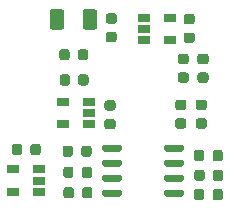
<source format=gbr>
%TF.GenerationSoftware,KiCad,Pcbnew,(5.1.6)-1*%
%TF.CreationDate,2020-11-25T11:03:50+08:00*%
%TF.ProjectId,BCG_Piezo_Integrated_V1.0,4243475f-5069-4657-9a6f-5f496e746567,rev?*%
%TF.SameCoordinates,Original*%
%TF.FileFunction,Paste,Top*%
%TF.FilePolarity,Positive*%
%FSLAX46Y46*%
G04 Gerber Fmt 4.6, Leading zero omitted, Abs format (unit mm)*
G04 Created by KiCad (PCBNEW (5.1.6)-1) date 2020-11-25 11:03:50*
%MOMM*%
%LPD*%
G01*
G04 APERTURE LIST*
%ADD10R,1.060000X0.650000*%
G04 APERTURE END LIST*
D10*
%TO.C,U4*%
X164685800Y-141970800D03*
X164685800Y-140070800D03*
X166885800Y-140070800D03*
X166885800Y-141020800D03*
X166885800Y-141970800D03*
%TD*%
%TO.C,U2*%
X160487000Y-147696000D03*
X160487000Y-145796000D03*
X162687000Y-145796000D03*
X162687000Y-146746000D03*
X162687000Y-147696000D03*
%TD*%
%TO.C,U1*%
X173726200Y-132958800D03*
X173726200Y-134858800D03*
X171526200Y-134858800D03*
X171526200Y-133908800D03*
X171526200Y-132958800D03*
%TD*%
%TO.C,R8*%
G36*
G01*
X165283400Y-137970550D02*
X165283400Y-138483050D01*
G75*
G02*
X165064650Y-138701800I-218750J0D01*
G01*
X164627150Y-138701800D01*
G75*
G02*
X164408400Y-138483050I0J218750D01*
G01*
X164408400Y-137970550D01*
G75*
G02*
X164627150Y-137751800I218750J0D01*
G01*
X165064650Y-137751800D01*
G75*
G02*
X165283400Y-137970550I0J-218750D01*
G01*
G37*
G36*
G01*
X166858400Y-137970550D02*
X166858400Y-138483050D01*
G75*
G02*
X166639650Y-138701800I-218750J0D01*
G01*
X166202150Y-138701800D01*
G75*
G02*
X165983400Y-138483050I0J218750D01*
G01*
X165983400Y-137970550D01*
G75*
G02*
X166202150Y-137751800I218750J0D01*
G01*
X166639650Y-137751800D01*
G75*
G02*
X166858400Y-137970550I0J-218750D01*
G01*
G37*
%TD*%
%TO.C,R3*%
G36*
G01*
X161944700Y-144375850D02*
X161944700Y-143863350D01*
G75*
G02*
X162163450Y-143644600I218750J0D01*
G01*
X162600950Y-143644600D01*
G75*
G02*
X162819700Y-143863350I0J-218750D01*
G01*
X162819700Y-144375850D01*
G75*
G02*
X162600950Y-144594600I-218750J0D01*
G01*
X162163450Y-144594600D01*
G75*
G02*
X161944700Y-144375850I0J218750D01*
G01*
G37*
G36*
G01*
X160369700Y-144375850D02*
X160369700Y-143863350D01*
G75*
G02*
X160588450Y-143644600I218750J0D01*
G01*
X161025950Y-143644600D01*
G75*
G02*
X161244700Y-143863350I0J-218750D01*
G01*
X161244700Y-144375850D01*
G75*
G02*
X161025950Y-144594600I-218750J0D01*
G01*
X160588450Y-144594600D01*
G75*
G02*
X160369700Y-144375850I0J218750D01*
G01*
G37*
%TD*%
%TO.C,F1*%
G36*
G01*
X164807600Y-132471000D02*
X164807600Y-133721000D01*
G75*
G02*
X164557600Y-133971000I-250000J0D01*
G01*
X163807600Y-133971000D01*
G75*
G02*
X163557600Y-133721000I0J250000D01*
G01*
X163557600Y-132471000D01*
G75*
G02*
X163807600Y-132221000I250000J0D01*
G01*
X164557600Y-132221000D01*
G75*
G02*
X164807600Y-132471000I0J-250000D01*
G01*
G37*
G36*
G01*
X167607600Y-132471000D02*
X167607600Y-133721000D01*
G75*
G02*
X167357600Y-133971000I-250000J0D01*
G01*
X166607600Y-133971000D01*
G75*
G02*
X166357600Y-133721000I0J250000D01*
G01*
X166357600Y-132471000D01*
G75*
G02*
X166607600Y-132221000I250000J0D01*
G01*
X167357600Y-132221000D01*
G75*
G02*
X167607600Y-132471000I0J-250000D01*
G01*
G37*
%TD*%
%TO.C,C7*%
G36*
G01*
X168937650Y-140823200D02*
X168425150Y-140823200D01*
G75*
G02*
X168206400Y-140604450I0J218750D01*
G01*
X168206400Y-140166950D01*
G75*
G02*
X168425150Y-139948200I218750J0D01*
G01*
X168937650Y-139948200D01*
G75*
G02*
X169156400Y-140166950I0J-218750D01*
G01*
X169156400Y-140604450D01*
G75*
G02*
X168937650Y-140823200I-218750J0D01*
G01*
G37*
G36*
G01*
X168937650Y-142398200D02*
X168425150Y-142398200D01*
G75*
G02*
X168206400Y-142179450I0J218750D01*
G01*
X168206400Y-141741950D01*
G75*
G02*
X168425150Y-141523200I218750J0D01*
G01*
X168937650Y-141523200D01*
G75*
G02*
X169156400Y-141741950I0J-218750D01*
G01*
X169156400Y-142179450D01*
G75*
G02*
X168937650Y-142398200I-218750J0D01*
G01*
G37*
%TD*%
%TO.C,C4*%
G36*
G01*
X175643250Y-133508000D02*
X175130750Y-133508000D01*
G75*
G02*
X174912000Y-133289250I0J218750D01*
G01*
X174912000Y-132851750D01*
G75*
G02*
X175130750Y-132633000I218750J0D01*
G01*
X175643250Y-132633000D01*
G75*
G02*
X175862000Y-132851750I0J-218750D01*
G01*
X175862000Y-133289250D01*
G75*
G02*
X175643250Y-133508000I-218750J0D01*
G01*
G37*
G36*
G01*
X175643250Y-135083000D02*
X175130750Y-135083000D01*
G75*
G02*
X174912000Y-134864250I0J218750D01*
G01*
X174912000Y-134426750D01*
G75*
G02*
X175130750Y-134208000I218750J0D01*
G01*
X175643250Y-134208000D01*
G75*
G02*
X175862000Y-134426750I0J-218750D01*
G01*
X175862000Y-134864250D01*
G75*
G02*
X175643250Y-135083000I-218750J0D01*
G01*
G37*
%TD*%
%TO.C,C3*%
G36*
G01*
X174622750Y-137586100D02*
X175135250Y-137586100D01*
G75*
G02*
X175354000Y-137804850I0J-218750D01*
G01*
X175354000Y-138242350D01*
G75*
G02*
X175135250Y-138461100I-218750J0D01*
G01*
X174622750Y-138461100D01*
G75*
G02*
X174404000Y-138242350I0J218750D01*
G01*
X174404000Y-137804850D01*
G75*
G02*
X174622750Y-137586100I218750J0D01*
G01*
G37*
G36*
G01*
X174622750Y-136011100D02*
X175135250Y-136011100D01*
G75*
G02*
X175354000Y-136229850I0J-218750D01*
G01*
X175354000Y-136667350D01*
G75*
G02*
X175135250Y-136886100I-218750J0D01*
G01*
X174622750Y-136886100D01*
G75*
G02*
X174404000Y-136667350I0J218750D01*
G01*
X174404000Y-136229850D01*
G75*
G02*
X174622750Y-136011100I218750J0D01*
G01*
G37*
%TD*%
%TO.C,C2*%
G36*
G01*
X168526750Y-134157200D02*
X169039250Y-134157200D01*
G75*
G02*
X169258000Y-134375950I0J-218750D01*
G01*
X169258000Y-134813450D01*
G75*
G02*
X169039250Y-135032200I-218750J0D01*
G01*
X168526750Y-135032200D01*
G75*
G02*
X168308000Y-134813450I0J218750D01*
G01*
X168308000Y-134375950D01*
G75*
G02*
X168526750Y-134157200I218750J0D01*
G01*
G37*
G36*
G01*
X168526750Y-132582200D02*
X169039250Y-132582200D01*
G75*
G02*
X169258000Y-132800950I0J-218750D01*
G01*
X169258000Y-133238450D01*
G75*
G02*
X169039250Y-133457200I-218750J0D01*
G01*
X168526750Y-133457200D01*
G75*
G02*
X168308000Y-133238450I0J218750D01*
G01*
X168308000Y-132800950D01*
G75*
G02*
X168526750Y-132582200I218750J0D01*
G01*
G37*
%TD*%
%TO.C,C1*%
G36*
G01*
X165258100Y-135836950D02*
X165258100Y-136349450D01*
G75*
G02*
X165039350Y-136568200I-218750J0D01*
G01*
X164601850Y-136568200D01*
G75*
G02*
X164383100Y-136349450I0J218750D01*
G01*
X164383100Y-135836950D01*
G75*
G02*
X164601850Y-135618200I218750J0D01*
G01*
X165039350Y-135618200D01*
G75*
G02*
X165258100Y-135836950I0J-218750D01*
G01*
G37*
G36*
G01*
X166833100Y-135836950D02*
X166833100Y-136349450D01*
G75*
G02*
X166614350Y-136568200I-218750J0D01*
G01*
X166176850Y-136568200D01*
G75*
G02*
X165958100Y-136349450I0J218750D01*
G01*
X165958100Y-135836950D01*
G75*
G02*
X166176850Y-135618200I218750J0D01*
G01*
X166614350Y-135618200D01*
G75*
G02*
X166833100Y-135836950I0J-218750D01*
G01*
G37*
%TD*%
%TO.C,U3*%
G36*
G01*
X173275400Y-144142600D02*
X173275400Y-143842600D01*
G75*
G02*
X173425400Y-143692600I150000J0D01*
G01*
X174775400Y-143692600D01*
G75*
G02*
X174925400Y-143842600I0J-150000D01*
G01*
X174925400Y-144142600D01*
G75*
G02*
X174775400Y-144292600I-150000J0D01*
G01*
X173425400Y-144292600D01*
G75*
G02*
X173275400Y-144142600I0J150000D01*
G01*
G37*
G36*
G01*
X173275400Y-145412600D02*
X173275400Y-145112600D01*
G75*
G02*
X173425400Y-144962600I150000J0D01*
G01*
X174775400Y-144962600D01*
G75*
G02*
X174925400Y-145112600I0J-150000D01*
G01*
X174925400Y-145412600D01*
G75*
G02*
X174775400Y-145562600I-150000J0D01*
G01*
X173425400Y-145562600D01*
G75*
G02*
X173275400Y-145412600I0J150000D01*
G01*
G37*
G36*
G01*
X173275400Y-146682600D02*
X173275400Y-146382600D01*
G75*
G02*
X173425400Y-146232600I150000J0D01*
G01*
X174775400Y-146232600D01*
G75*
G02*
X174925400Y-146382600I0J-150000D01*
G01*
X174925400Y-146682600D01*
G75*
G02*
X174775400Y-146832600I-150000J0D01*
G01*
X173425400Y-146832600D01*
G75*
G02*
X173275400Y-146682600I0J150000D01*
G01*
G37*
G36*
G01*
X173275400Y-147952600D02*
X173275400Y-147652600D01*
G75*
G02*
X173425400Y-147502600I150000J0D01*
G01*
X174775400Y-147502600D01*
G75*
G02*
X174925400Y-147652600I0J-150000D01*
G01*
X174925400Y-147952600D01*
G75*
G02*
X174775400Y-148102600I-150000J0D01*
G01*
X173425400Y-148102600D01*
G75*
G02*
X173275400Y-147952600I0J150000D01*
G01*
G37*
G36*
G01*
X168025400Y-147952600D02*
X168025400Y-147652600D01*
G75*
G02*
X168175400Y-147502600I150000J0D01*
G01*
X169525400Y-147502600D01*
G75*
G02*
X169675400Y-147652600I0J-150000D01*
G01*
X169675400Y-147952600D01*
G75*
G02*
X169525400Y-148102600I-150000J0D01*
G01*
X168175400Y-148102600D01*
G75*
G02*
X168025400Y-147952600I0J150000D01*
G01*
G37*
G36*
G01*
X168025400Y-146682600D02*
X168025400Y-146382600D01*
G75*
G02*
X168175400Y-146232600I150000J0D01*
G01*
X169525400Y-146232600D01*
G75*
G02*
X169675400Y-146382600I0J-150000D01*
G01*
X169675400Y-146682600D01*
G75*
G02*
X169525400Y-146832600I-150000J0D01*
G01*
X168175400Y-146832600D01*
G75*
G02*
X168025400Y-146682600I0J150000D01*
G01*
G37*
G36*
G01*
X168025400Y-145412600D02*
X168025400Y-145112600D01*
G75*
G02*
X168175400Y-144962600I150000J0D01*
G01*
X169525400Y-144962600D01*
G75*
G02*
X169675400Y-145112600I0J-150000D01*
G01*
X169675400Y-145412600D01*
G75*
G02*
X169525400Y-145562600I-150000J0D01*
G01*
X168175400Y-145562600D01*
G75*
G02*
X168025400Y-145412600I0J150000D01*
G01*
G37*
G36*
G01*
X168025400Y-144142600D02*
X168025400Y-143842600D01*
G75*
G02*
X168175400Y-143692600I150000J0D01*
G01*
X169525400Y-143692600D01*
G75*
G02*
X169675400Y-143842600I0J-150000D01*
G01*
X169675400Y-144142600D01*
G75*
G02*
X169525400Y-144292600I-150000J0D01*
G01*
X168175400Y-144292600D01*
G75*
G02*
X168025400Y-144142600I0J150000D01*
G01*
G37*
%TD*%
%TO.C,R15*%
G36*
G01*
X177362600Y-144883850D02*
X177362600Y-144371350D01*
G75*
G02*
X177581350Y-144152600I218750J0D01*
G01*
X178018850Y-144152600D01*
G75*
G02*
X178237600Y-144371350I0J-218750D01*
G01*
X178237600Y-144883850D01*
G75*
G02*
X178018850Y-145102600I-218750J0D01*
G01*
X177581350Y-145102600D01*
G75*
G02*
X177362600Y-144883850I0J218750D01*
G01*
G37*
G36*
G01*
X175787600Y-144883850D02*
X175787600Y-144371350D01*
G75*
G02*
X176006350Y-144152600I218750J0D01*
G01*
X176443850Y-144152600D01*
G75*
G02*
X176662600Y-144371350I0J-218750D01*
G01*
X176662600Y-144883850D01*
G75*
G02*
X176443850Y-145102600I-218750J0D01*
G01*
X176006350Y-145102600D01*
G75*
G02*
X175787600Y-144883850I0J218750D01*
G01*
G37*
%TD*%
%TO.C,R14*%
G36*
G01*
X165537400Y-144015750D02*
X165537400Y-144528250D01*
G75*
G02*
X165318650Y-144747000I-218750J0D01*
G01*
X164881150Y-144747000D01*
G75*
G02*
X164662400Y-144528250I0J218750D01*
G01*
X164662400Y-144015750D01*
G75*
G02*
X164881150Y-143797000I218750J0D01*
G01*
X165318650Y-143797000D01*
G75*
G02*
X165537400Y-144015750I0J-218750D01*
G01*
G37*
G36*
G01*
X167112400Y-144015750D02*
X167112400Y-144528250D01*
G75*
G02*
X166893650Y-144747000I-218750J0D01*
G01*
X166456150Y-144747000D01*
G75*
G02*
X166237400Y-144528250I0J218750D01*
G01*
X166237400Y-144015750D01*
G75*
G02*
X166456150Y-143797000I218750J0D01*
G01*
X166893650Y-143797000D01*
G75*
G02*
X167112400Y-144015750I0J-218750D01*
G01*
G37*
%TD*%
%TO.C,R9*%
G36*
G01*
X165588200Y-145793750D02*
X165588200Y-146306250D01*
G75*
G02*
X165369450Y-146525000I-218750J0D01*
G01*
X164931950Y-146525000D01*
G75*
G02*
X164713200Y-146306250I0J218750D01*
G01*
X164713200Y-145793750D01*
G75*
G02*
X164931950Y-145575000I218750J0D01*
G01*
X165369450Y-145575000D01*
G75*
G02*
X165588200Y-145793750I0J-218750D01*
G01*
G37*
G36*
G01*
X167163200Y-145793750D02*
X167163200Y-146306250D01*
G75*
G02*
X166944450Y-146525000I-218750J0D01*
G01*
X166506950Y-146525000D01*
G75*
G02*
X166288200Y-146306250I0J218750D01*
G01*
X166288200Y-145793750D01*
G75*
G02*
X166506950Y-145575000I218750J0D01*
G01*
X166944450Y-145575000D01*
G75*
G02*
X167163200Y-145793750I0J-218750D01*
G01*
G37*
%TD*%
%TO.C,R7*%
G36*
G01*
X176662600Y-147673350D02*
X176662600Y-148185850D01*
G75*
G02*
X176443850Y-148404600I-218750J0D01*
G01*
X176006350Y-148404600D01*
G75*
G02*
X175787600Y-148185850I0J218750D01*
G01*
X175787600Y-147673350D01*
G75*
G02*
X176006350Y-147454600I218750J0D01*
G01*
X176443850Y-147454600D01*
G75*
G02*
X176662600Y-147673350I0J-218750D01*
G01*
G37*
G36*
G01*
X178237600Y-147673350D02*
X178237600Y-148185850D01*
G75*
G02*
X178018850Y-148404600I-218750J0D01*
G01*
X177581350Y-148404600D01*
G75*
G02*
X177362600Y-148185850I0J218750D01*
G01*
X177362600Y-147673350D01*
G75*
G02*
X177581350Y-147454600I218750J0D01*
G01*
X178018850Y-147454600D01*
G75*
G02*
X178237600Y-147673350I0J-218750D01*
G01*
G37*
%TD*%
%TO.C,R5*%
G36*
G01*
X174932050Y-140772400D02*
X174419550Y-140772400D01*
G75*
G02*
X174200800Y-140553650I0J218750D01*
G01*
X174200800Y-140116150D01*
G75*
G02*
X174419550Y-139897400I218750J0D01*
G01*
X174932050Y-139897400D01*
G75*
G02*
X175150800Y-140116150I0J-218750D01*
G01*
X175150800Y-140553650D01*
G75*
G02*
X174932050Y-140772400I-218750J0D01*
G01*
G37*
G36*
G01*
X174932050Y-142347400D02*
X174419550Y-142347400D01*
G75*
G02*
X174200800Y-142128650I0J218750D01*
G01*
X174200800Y-141691150D01*
G75*
G02*
X174419550Y-141472400I218750J0D01*
G01*
X174932050Y-141472400D01*
G75*
G02*
X175150800Y-141691150I0J-218750D01*
G01*
X175150800Y-142128650D01*
G75*
G02*
X174932050Y-142347400I-218750J0D01*
G01*
G37*
%TD*%
%TO.C,R4*%
G36*
G01*
X176811650Y-136886100D02*
X176299150Y-136886100D01*
G75*
G02*
X176080400Y-136667350I0J218750D01*
G01*
X176080400Y-136229850D01*
G75*
G02*
X176299150Y-136011100I218750J0D01*
G01*
X176811650Y-136011100D01*
G75*
G02*
X177030400Y-136229850I0J-218750D01*
G01*
X177030400Y-136667350D01*
G75*
G02*
X176811650Y-136886100I-218750J0D01*
G01*
G37*
G36*
G01*
X176811650Y-138461100D02*
X176299150Y-138461100D01*
G75*
G02*
X176080400Y-138242350I0J218750D01*
G01*
X176080400Y-137804850D01*
G75*
G02*
X176299150Y-137586100I218750J0D01*
G01*
X176811650Y-137586100D01*
G75*
G02*
X177030400Y-137804850I0J-218750D01*
G01*
X177030400Y-138242350D01*
G75*
G02*
X176811650Y-138461100I-218750J0D01*
G01*
G37*
%TD*%
%TO.C,D1*%
G36*
G01*
X176146750Y-141472400D02*
X176659250Y-141472400D01*
G75*
G02*
X176878000Y-141691150I0J-218750D01*
G01*
X176878000Y-142128650D01*
G75*
G02*
X176659250Y-142347400I-218750J0D01*
G01*
X176146750Y-142347400D01*
G75*
G02*
X175928000Y-142128650I0J218750D01*
G01*
X175928000Y-141691150D01*
G75*
G02*
X176146750Y-141472400I218750J0D01*
G01*
G37*
G36*
G01*
X176146750Y-139897400D02*
X176659250Y-139897400D01*
G75*
G02*
X176878000Y-140116150I0J-218750D01*
G01*
X176878000Y-140553650D01*
G75*
G02*
X176659250Y-140772400I-218750J0D01*
G01*
X176146750Y-140772400D01*
G75*
G02*
X175928000Y-140553650I0J218750D01*
G01*
X175928000Y-140116150D01*
G75*
G02*
X176146750Y-139897400I218750J0D01*
G01*
G37*
%TD*%
%TO.C,C6*%
G36*
G01*
X176688100Y-146047750D02*
X176688100Y-146560250D01*
G75*
G02*
X176469350Y-146779000I-218750J0D01*
G01*
X176031850Y-146779000D01*
G75*
G02*
X175813100Y-146560250I0J218750D01*
G01*
X175813100Y-146047750D01*
G75*
G02*
X176031850Y-145829000I218750J0D01*
G01*
X176469350Y-145829000D01*
G75*
G02*
X176688100Y-146047750I0J-218750D01*
G01*
G37*
G36*
G01*
X178263100Y-146047750D02*
X178263100Y-146560250D01*
G75*
G02*
X178044350Y-146779000I-218750J0D01*
G01*
X177606850Y-146779000D01*
G75*
G02*
X177388100Y-146560250I0J218750D01*
G01*
X177388100Y-146047750D01*
G75*
G02*
X177606850Y-145829000I218750J0D01*
G01*
X178044350Y-145829000D01*
G75*
G02*
X178263100Y-146047750I0J-218750D01*
G01*
G37*
%TD*%
%TO.C,C5*%
G36*
G01*
X166313500Y-148033450D02*
X166313500Y-147520950D01*
G75*
G02*
X166532250Y-147302200I218750J0D01*
G01*
X166969750Y-147302200D01*
G75*
G02*
X167188500Y-147520950I0J-218750D01*
G01*
X167188500Y-148033450D01*
G75*
G02*
X166969750Y-148252200I-218750J0D01*
G01*
X166532250Y-148252200D01*
G75*
G02*
X166313500Y-148033450I0J218750D01*
G01*
G37*
G36*
G01*
X164738500Y-148033450D02*
X164738500Y-147520950D01*
G75*
G02*
X164957250Y-147302200I218750J0D01*
G01*
X165394750Y-147302200D01*
G75*
G02*
X165613500Y-147520950I0J-218750D01*
G01*
X165613500Y-148033450D01*
G75*
G02*
X165394750Y-148252200I-218750J0D01*
G01*
X164957250Y-148252200D01*
G75*
G02*
X164738500Y-148033450I0J218750D01*
G01*
G37*
%TD*%
M02*

</source>
